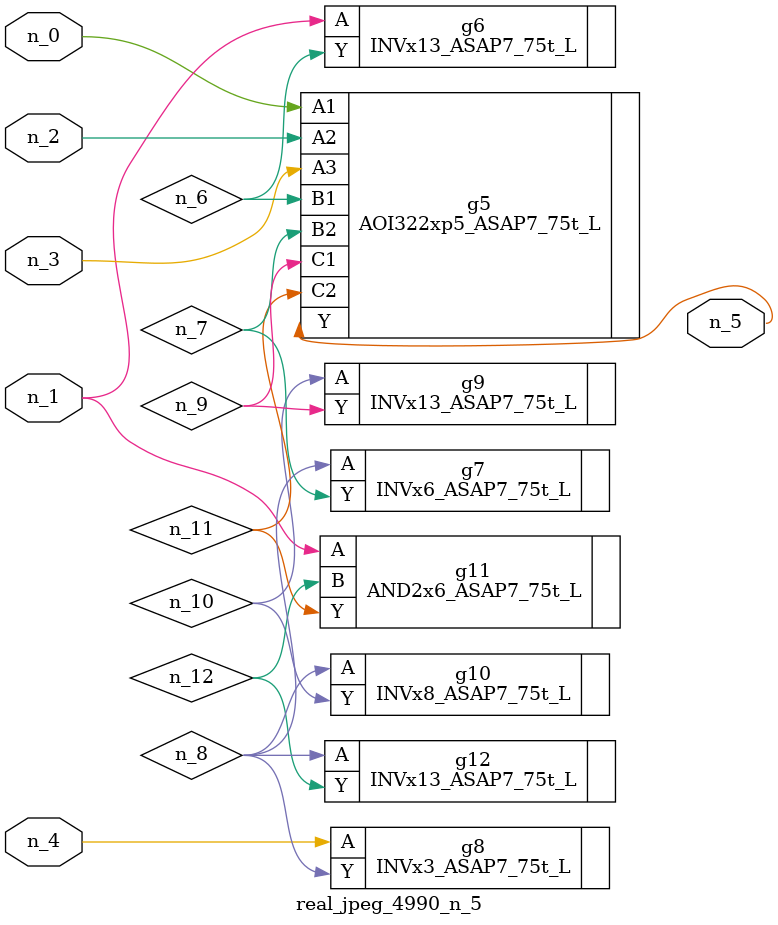
<source format=v>
module real_jpeg_4990_n_5 (n_4, n_0, n_1, n_2, n_3, n_5);

input n_4;
input n_0;
input n_1;
input n_2;
input n_3;

output n_5;

wire n_12;
wire n_8;
wire n_11;
wire n_6;
wire n_7;
wire n_10;
wire n_9;

AOI322xp5_ASAP7_75t_L g5 ( 
.A1(n_0),
.A2(n_2),
.A3(n_3),
.B1(n_6),
.B2(n_7),
.C1(n_9),
.C2(n_11),
.Y(n_5)
);

INVx13_ASAP7_75t_L g6 ( 
.A(n_1),
.Y(n_6)
);

AND2x6_ASAP7_75t_L g11 ( 
.A(n_1),
.B(n_12),
.Y(n_11)
);

INVx3_ASAP7_75t_L g8 ( 
.A(n_4),
.Y(n_8)
);

INVx6_ASAP7_75t_L g7 ( 
.A(n_8),
.Y(n_7)
);

INVx8_ASAP7_75t_L g10 ( 
.A(n_8),
.Y(n_10)
);

INVx13_ASAP7_75t_L g12 ( 
.A(n_8),
.Y(n_12)
);

INVx13_ASAP7_75t_L g9 ( 
.A(n_10),
.Y(n_9)
);


endmodule
</source>
